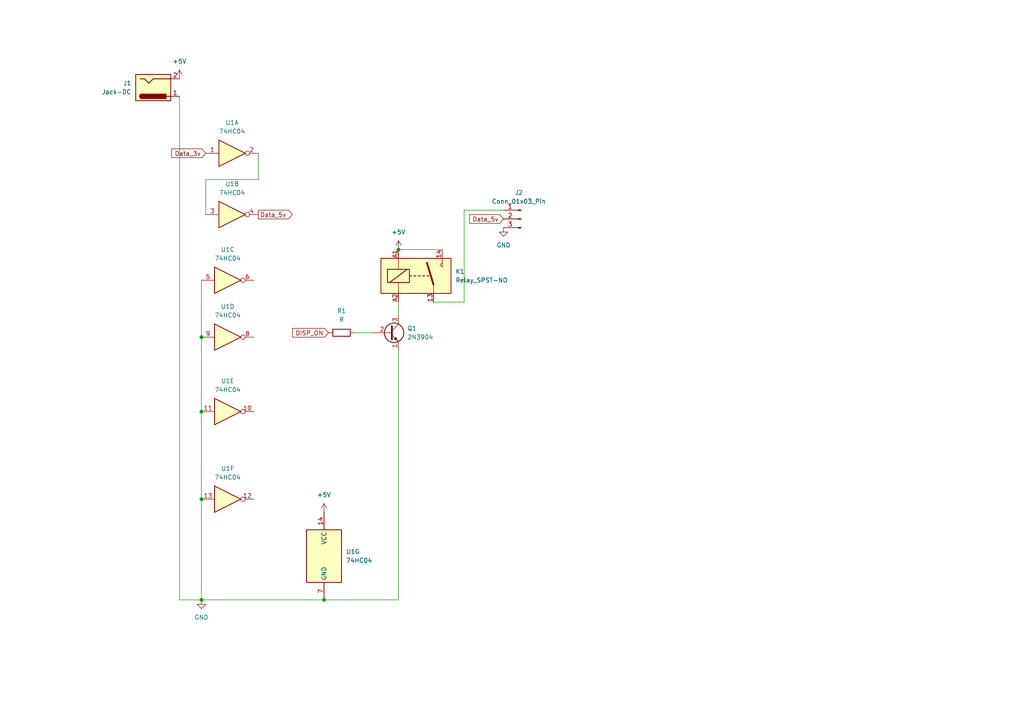
<source format=kicad_sch>
(kicad_sch (version 20230121) (generator eeschema)
  (paper "A4")
  (lib_symbols
    (symbol "74xx:74HC04"
      (property "Reference" "U" (at 0 1.27 0))
      (property "Value" "74HC04" (at 0 -1.27 0))
      (symbol "74HC04_1_0"
        (polyline (pts (xy -3.81 3.81) (xy -3.81 -3.81) (xy 3.81 0) (xy -3.81 3.81)) (stroke (width 0.254)) (fill (type background)))
        (pin input line (at -7.62 0 0) (length 3.81) (name "~") (number "1"))
        (pin output inverted (at 7.62 0 180) (length 3.81) (name "~") (number "2"))
      )
      (symbol "74HC04_2_0"
        (polyline (pts (xy -3.81 3.81) (xy -3.81 -3.81) (xy 3.81 0) (xy -3.81 3.81)) (stroke (width 0.254)) (fill (type background)))
        (pin input line (at -7.62 0 0) (length 3.81) (name "~") (number "3"))
        (pin output inverted (at 7.62 0 180) (length 3.81) (name "~") (number "4"))
      )
      (symbol "74HC04_3_0"
        (polyline (pts (xy -3.81 3.81) (xy -3.81 -3.81) (xy 3.81 0) (xy -3.81 3.81)) (stroke (width 0.254)) (fill (type background)))
        (pin input line (at -7.62 0 0) (length 3.81) (name "~") (number "5"))
        (pin output inverted (at 7.62 0 180) (length 3.81) (name "~") (number "6"))
      )
      (symbol "74HC04_4_0"
        (polyline (pts (xy -3.81 3.81) (xy -3.81 -3.81) (xy 3.81 0) (xy -3.81 3.81)) (stroke (width 0.254)) (fill (type background)))
        (pin output inverted (at 7.62 0 180) (length 3.81) (name "~") (number "8"))
        (pin input line (at -7.62 0 0) (length 3.81) (name "~") (number "9"))
      )
      (symbol "74HC04_5_0"
        (polyline (pts (xy -3.81 3.81) (xy -3.81 -3.81) (xy 3.81 0) (xy -3.81 3.81)) (stroke (width 0.254)) (fill (type background)))
        (pin output inverted (at 7.62 0 180) (length 3.81) (name "~") (number "10"))
        (pin input line (at -7.62 0 0) (length 3.81) (name "~") (number "11"))
      )
      (symbol "74HC04_6_0"
        (polyline (pts (xy -3.81 3.81) (xy -3.81 -3.81) (xy 3.81 0) (xy -3.81 3.81)) (stroke (width 0.254)) (fill (type background)))
        (pin output inverted (at 7.62 0 180) (length 3.81) (name "~") (number "12"))
        (pin input line (at -7.62 0 0) (length 3.81) (name "~") (number "13"))
      )
      (symbol "74HC04_7_0"
        (pin power_in line (at 0 12.7 270) (length 5.08) (name "VCC") (number "14"))
        (pin power_in line (at 0 -12.7 90) (length 5.08) (name "GND") (number "7"))
      )
      (symbol "74HC04_7_1"
        (rectangle (start -5.08 7.62) (end 5.08 -7.62) (stroke (width 0.254)) (fill (type background)))
      )
    )
    (symbol "Connector:Conn_01x03_Pin" (pin_names (offset 1.016) hide)
      (property "Reference" "J" (at 0 5.08 0))
      (property "Value" "Conn_01x03_Pin" (at 0 -5.08 0))
      (symbol "Conn_01x03_Pin_1_1"
        (polyline (pts (xy 1.27 -2.54) (xy 0.8636 -2.54)) (stroke (width 0.1524)))
        (polyline (pts (xy 1.27 0) (xy 0.8636 0)) (stroke (width 0.1524)))
        (polyline (pts (xy 1.27 2.54) (xy 0.8636 2.54)) (stroke (width 0.1524)))
        (rectangle (start 0.8636 -2.413) (end 0 -2.667) (stroke (width 0.1524)) (fill (type outline)))
        (rectangle (start 0.8636 0.127) (end 0 -0.127) (stroke (width 0.1524)) (fill (type outline)))
        (rectangle (start 0.8636 2.667) (end 0 2.413) (stroke (width 0.1524)) (fill (type outline)))
        (pin passive line (at 5.08 2.54 180) (length 3.81) (name "Pin_1") (number "1"))
        (pin passive line (at 5.08 0 180) (length 3.81) (name "Pin_2") (number "2"))
        (pin passive line (at 5.08 -2.54 180) (length 3.81) (name "Pin_3") (number "3"))
      )
    )
    (symbol "Connector:Jack-DC" (pin_names (offset 1.016))
      (property "Reference" "J" (at 0 5.334 0))
      (property "Value" "Jack-DC" (at 0 -5.08 0))
      (symbol "Jack-DC_0_1"
        (rectangle (start -5.08 3.81) (end 5.08 -3.81) (stroke (width 0.254)) (fill (type background)))
        (arc (start -3.302 3.175) (mid -3.9343 2.54) (end -3.302 1.905) (stroke (width 0.254)))
        (arc (start -3.302 3.175) (mid -3.9343 2.54) (end -3.302 1.905) (stroke (width 0.254)) (fill (type outline)))
        (polyline (pts (xy 5.08 2.54) (xy 3.81 2.54)) (stroke (width 0.254)))
        (polyline (pts (xy -3.81 -2.54) (xy -2.54 -2.54) (xy -1.27 -1.27) (xy 0 -2.54) (xy 2.54 -2.54) (xy 5.08 -2.54)) (stroke (width 0.254)))
        (rectangle (start 3.683 3.175) (end -3.302 1.905) (stroke (width 0.254)) (fill (type outline)))
      )
      (symbol "Jack-DC_1_1"
        (pin passive line (at 7.62 2.54 180) (length 2.54) (name "~") (number "1"))
        (pin passive line (at 7.62 -2.54 180) (length 2.54) (name "~") (number "2"))
      )
    )
    (symbol "Device:R" (pin_numbers hide) (pin_names (offset 0))
      (property "Reference" "R" (at 2.032 0 90))
      (property "Value" "R" (at 0 0 90))
      (symbol "R_0_1"
        (rectangle (start -1.016 -2.54) (end 1.016 2.54) (stroke (width 0.254)))
      )
      (symbol "R_1_1"
        (pin passive line (at 0 3.81 270) (length 1.27) (name "~") (number "1"))
        (pin passive line (at 0 -3.81 90) (length 1.27) (name "~") (number "2"))
      )
    )
    (symbol "Relay:Relay_SPST-NO"
      (property "Reference" "K" (at 11.43 3.81 0))
      (property "Value" "Relay_SPST-NO" (at 11.43 1.27 0))
      (symbol "Relay_SPST-NO_0_0"
        (polyline (pts (xy 7.62 5.08) (xy 7.62 2.54) (xy 6.985 3.175) (xy 7.62 3.81)))
      )
      (symbol "Relay_SPST-NO_0_1"
        (rectangle (start -10.16 5.08) (end 10.16 -5.08) (stroke (width 0.254)) (fill (type background)))
        (rectangle (start -8.255 1.905) (end -1.905 -1.905) (stroke (width 0.254)))
        (polyline (pts (xy -7.62 -1.905) (xy -2.54 1.905)) (stroke (width 0.254)))
        (polyline (pts (xy -5.08 -5.08) (xy -5.08 -1.905)))
        (polyline (pts (xy -5.08 5.08) (xy -5.08 1.905)))
        (polyline (pts (xy -1.905 0) (xy -1.27 0)) (stroke (width 0.254)))
        (polyline (pts (xy -0.635 0) (xy 0 0)) (stroke (width 0.254)))
        (polyline (pts (xy 0.635 0) (xy 1.27 0)) (stroke (width 0.254)))
        (polyline (pts (xy 1.905 0) (xy 2.54 0)) (stroke (width 0.254)))
        (polyline (pts (xy 3.175 0) (xy 3.81 0)) (stroke (width 0.254)))
        (polyline (pts (xy 5.08 -2.54) (xy 3.175 3.81)) (stroke (width 0.508)))
        (polyline (pts (xy 5.08 -2.54) (xy 5.08 -5.08)))
      )
      (symbol "Relay_SPST-NO_1_1"
        (pin passive line (at 5.08 -7.62 90) (length 2.54) (name "~") (number "13"))
        (pin passive line (at 7.62 7.62 270) (length 2.54) (name "~") (number "14"))
        (pin passive line (at -5.08 7.62 270) (length 2.54) (name "~") (number "A1"))
        (pin passive line (at -5.08 -7.62 90) (length 2.54) (name "~") (number "A2"))
      )
    )
    (symbol "Transistor_BJT:2N3904" (pin_names (offset 0) hide)
      (property "Reference" "Q" (at 5.08 1.905 0))
      (property "Value" "2N3904" (at 5.08 0 0))
      (symbol "2N3904_0_1"
        (polyline (pts (xy 0.635 0.635) (xy 2.54 2.54)))
        (polyline (pts (xy 0.635 -0.635) (xy 2.54 -2.54) (xy 2.54 -2.54)))
        (polyline (pts (xy 0.635 1.905) (xy 0.635 -1.905) (xy 0.635 -1.905)) (stroke (width 0.508)))
        (polyline (pts (xy 1.27 -1.778) (xy 1.778 -1.27) (xy 2.286 -2.286) (xy 1.27 -1.778) (xy 1.27 -1.778)) (fill (type outline)))
        (circle (center 1.27 0) (radius 2.8194) (stroke (width 0.254)))
      )
      (symbol "2N3904_1_1"
        (pin passive line (at 2.54 -5.08 90) (length 2.54) (name "E") (number "1"))
        (pin passive line (at -5.08 0 0) (length 5.715) (name "B") (number "2"))
        (pin passive line (at 2.54 5.08 270) (length 2.54) (name "C") (number "3"))
      )
    )
    (symbol "power:+5V" (power) (pin_names (offset 0))
      (property "Value" "+5V" (at 0 3.556 0))
      (symbol "+5V_0_1"
        (polyline (pts (xy -0.762 1.27) (xy 0 2.54)))
        (polyline (pts (xy 0 0) (xy 0 2.54)))
        (polyline (pts (xy 0 2.54) (xy 0.762 1.27)))
      )
      (symbol "+5V_1_1"
        (pin power_in line (at 0 0 90) (length 0) hide (name "+5V") (number "1"))
      )
    )
    (symbol "power:GND" (power) (pin_names (offset 0))
      (property "Value" "GND" (at 0 -3.81 0))
      (symbol "GND_0_1"
        (polyline (pts (xy 0 0) (xy 0 -1.27) (xy 1.27 -1.27) (xy 0 -2.54) (xy -1.27 -1.27) (xy 0 -1.27)))
      )
      (symbol "GND_1_1"
        (pin power_in line (at 0 0 270) (length 0) hide (name "GND") (number "1"))
      )
    )
  )
  (junction (at 93.98 173.99))
  (junction (at 58.42 119.38))
  (junction (at 58.42 144.78))
  (junction (at 58.42 97.79))
  (junction (at 58.42 173.99))
  (junction (at 115.57 72.39))
  (wire (pts (xy 58.42 144.78) (xy 58.42 173.99)))
  (wire (pts (xy 74.93 44.45) (xy 74.93 52.07)))
  (wire (pts (xy 115.57 72.39) (xy 128.27 72.39)))
  (wire (pts (xy 125.73 87.63) (xy 134.62 87.63)))
  (wire (pts (xy 102.87 96.52) (xy 107.95 96.52)))
  (wire (pts (xy 58.42 173.99) (xy 93.98 173.99)))
  (wire (pts (xy 74.93 52.07) (xy 59.69 52.07)))
  (wire (pts (xy 52.07 173.99) (xy 58.42 173.99)))
  (wire (pts (xy 134.62 87.63) (xy 134.62 60.96)))
  (wire (pts (xy 58.42 81.28) (xy 58.42 97.79)))
  (wire (pts (xy 58.42 119.38) (xy 58.42 144.78)))
  (wire (pts (xy 58.42 97.79) (xy 58.42 119.38)))
  (wire (pts (xy 115.57 101.6) (xy 115.57 173.99)))
  (wire (pts (xy 134.62 60.96) (xy 146.05 60.96)))
  (wire (pts (xy 52.07 27.94) (xy 52.07 173.99)))
  (wire (pts (xy 115.57 87.63) (xy 115.57 91.44)))
  (wire (pts (xy 115.57 173.99) (xy 93.98 173.99)))
  (wire (pts (xy 59.69 52.07) (xy 59.69 62.23)))
  (global_label "DISP_ON" (shape input) (at 95.25 96.52 180) (property "Intersheetrefs" "${INTERSHEET_REFS}" (effects hide)))
  (global_label "Data_5v" (shape output) (at 74.93 62.23 0) (property "Intersheetrefs" "${INTERSHEET_REFS}" (effects hide)))
  (global_label "Data_3v" (shape input) (at 59.69 44.45 180) (property "Intersheetrefs" "${INTERSHEET_REFS}" (effects hide)))
  (global_label "Data_5v" (shape input) (at 146.05 63.5 180) (property "Intersheetrefs" "${INTERSHEET_REFS}" (effects hide)))
  (symbol (lib_id "74xx:74HC04") (at 66.04 119.38 0) (unit 5)
    (property "Reference" "U1" (at 66.04 110.49 0))
    (property "Value" "74HC04" (at 66.04 113.03 0))
    (property "Datasheet" "https://assets.nexperia.com/documents/data-sheet/74HC_HCT04.pdf" (effects hide))
  )
  (symbol (lib_id "74xx:74HC04") (at 66.04 81.28 0) (unit 3)
    (property "Reference" "U1" (at 66.04 72.39 0))
    (property "Value" "74HC04" (at 66.04 74.93 0))
    (property "Datasheet" "https://assets.nexperia.com/documents/data-sheet/74HC_HCT04.pdf" (effects hide))
  )
  (symbol (lib_id "power:GND") (at 146.05 66.04 0) (unit 1)
    (property "Reference" "#PWR04" (effects hide))
    (property "Value" "GND" (at 146.05 71.12 0))
  )
  (symbol (lib_id "74xx:74HC04") (at 67.31 62.23 0) (unit 2)
    (property "Reference" "U1" (at 67.31 53.34 0))
    (property "Value" "74HC04" (at 67.31 55.88 0))
    (property "Datasheet" "https://assets.nexperia.com/documents/data-sheet/74HC_HCT04.pdf" (effects hide))
  )
  (symbol (lib_id "Device:R") (at 99.06 96.52 90) (unit 1)
    (property "Reference" "R1" (at 99.06 90.17 90))
    (property "Value" "R" (at 99.06 92.71 90))
  )
  (symbol (lib_id "74xx:74HC04") (at 66.04 144.78 0) (unit 6)
    (property "Reference" "U1" (at 66.04 135.89 0))
    (property "Value" "74HC04" (at 66.04 138.43 0))
    (property "Datasheet" "https://assets.nexperia.com/documents/data-sheet/74HC_HCT04.pdf" (effects hide))
  )
  (symbol (lib_id "74xx:74HC04") (at 67.31 44.45 0) (unit 1)
    (property "Reference" "U1" (at 67.31 35.56 0))
    (property "Value" "74HC04" (at 67.31 38.1 0))
    (property "Datasheet" "https://assets.nexperia.com/documents/data-sheet/74HC_HCT04.pdf" (effects hide))
  )
  (symbol (lib_id "power:+5V") (at 115.57 72.39 0) (unit 1)
    (property "Reference" "#PWR03" (effects hide))
    (property "Value" "+5V" (at 115.57 67.31 0))
  )
  (symbol (lib_id "74xx:74HC04") (at 93.98 161.29 0) (unit 7)
    (property "Reference" "U1" (at 100.33 160.02 0) (effects (justify left)))
    (property "Value" "74HC04" (at 100.33 162.56 0) (effects (justify left)))
    (property "Datasheet" "https://assets.nexperia.com/documents/data-sheet/74HC_HCT04.pdf" (effects hide))
  )
  (symbol (lib_id "power:GND") (at 58.42 173.99 0) (unit 1)
    (property "Reference" "#PWR05" (effects hide))
    (property "Value" "GND" (at 58.42 179.07 0))
  )
  (symbol (lib_id "power:+5V") (at 52.07 22.86 0) (unit 1)
    (property "Reference" "#PWR02" (effects hide))
    (property "Value" "+5V" (at 52.07 17.78 0))
  )
  (symbol (lib_id "Connector:Jack-DC") (at 44.45 25.4 0) (mirror x) (unit 1)
    (property "Reference" "J1" (at 38.1 24.13 0) (effects (justify right)))
    (property "Value" "Jack-DC" (at 38.1 26.67 0) (effects (justify right)))
  )
  (symbol (lib_id "Connector:Conn_01x03_Pin") (at 151.13 63.5 0) (mirror y) (unit 1)
    (property "Reference" "J2" (at 150.495 55.88 0))
    (property "Value" "Conn_01x03_Pin" (at 150.495 58.42 0))
  )
  (symbol (lib_id "74xx:74HC04") (at 66.04 97.79 0) (unit 4)
    (property "Reference" "U1" (at 66.04 88.9 0))
    (property "Value" "74HC04" (at 66.04 91.44 0))
    (property "Datasheet" "https://assets.nexperia.com/documents/data-sheet/74HC_HCT04.pdf" (effects hide))
  )
  (symbol (lib_id "power:+5V") (at 93.98 148.59 0) (unit 1)
    (property "Reference" "#PWR01" (effects hide))
    (property "Value" "+5V" (at 93.98 143.51 0))
  )
  (symbol (lib_id "Transistor_BJT:2N3904") (at 113.03 96.52 0) (unit 1)
    (property "Reference" "Q1" (at 118.11 95.25 0) (effects (justify left)))
    (property "Value" "2N3904" (at 118.11 97.79 0) (effects (justify left)))
    (property "Footprint" "Package_TO_SOT_THT:TO-92_Inline" (effects hide))
    (property "Datasheet" "https://www.onsemi.com/pub/Collateral/2N3903-D.PDF" (effects hide))
  )
  (symbol (lib_id "Relay:Relay_SPST-NO") (at 120.65 80.01 0) (unit 1)
    (property "Reference" "K1" (at 132.08 78.74 0) (effects (justify left)))
    (property "Value" "Relay_SPST-NO" (at 132.08 81.28 0) (effects (justify left)))
  )
)
</source>
